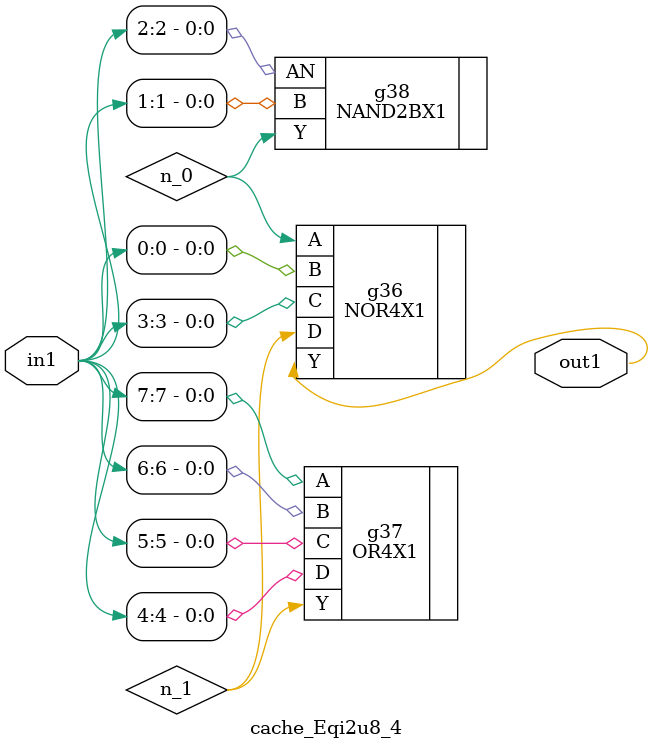
<source format=v>
`timescale 1ps / 1ps


module cache_Eqi2u8_4(in1, out1);
  input [7:0] in1;
  output out1;
  wire [7:0] in1;
  wire out1;
  wire n_0, n_1;
  NOR4X1 g36(.A (n_0), .B (in1[0]), .C (in1[3]), .D (n_1), .Y (out1));
  OR4X1 g37(.A (in1[7]), .B (in1[6]), .C (in1[5]), .D (in1[4]), .Y
       (n_1));
  NAND2BX1 g38(.AN (in1[2]), .B (in1[1]), .Y (n_0));
endmodule



</source>
